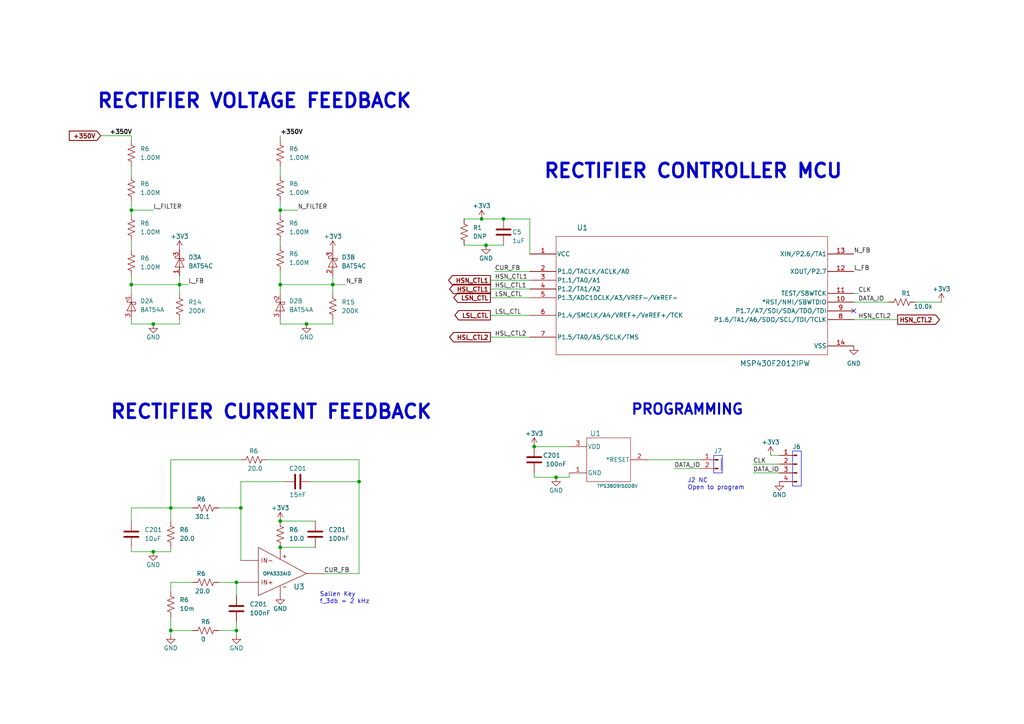
<source format=kicad_sch>
(kicad_sch (version 20230121) (generator eeschema)
  (paper "A4")
  (lib_symbols
    (symbol "Connector:Conn_01x02_Male" (pin_names (offset 1.016) hide)
      (property "Reference" "J" (at 0 2.54 0))
      (property "Value" "Conn_01x02_Male" (at 0 -5.08 0))
      (symbol "Conn_01x02_Male_1_1"
        (polyline (pts (xy 1.27 -2.54) (xy 0.8636 -2.54)) (stroke (width 0.1524)))
        (polyline (pts (xy 1.27 0) (xy 0.8636 0)) (stroke (width 0.1524)))
        (rectangle (start 0.8636 -2.413) (end 0 -2.667) (stroke (width 0.1524)) (fill (type outline)))
        (rectangle (start 0.8636 0.127) (end 0 -0.127) (stroke (width 0.1524)) (fill (type outline)))
        (pin passive line (at 5.08 0 180) (length 3.81) (name "Pin_1") (number "1"))
        (pin passive line (at 5.08 -2.54 180) (length 3.81) (name "Pin_2") (number "2"))
      )
    )
    (symbol "Connector:Conn_01x04_Male" (pin_names (offset 1.016) hide)
      (property "Reference" "J" (at 0 5.08 0))
      (property "Value" "Conn_01x04_Male" (at 0 -7.62 0))
      (symbol "Conn_01x04_Male_1_1"
        (polyline (pts (xy 1.27 -5.08) (xy 0.8636 -5.08)) (stroke (width 0.1524)))
        (polyline (pts (xy 1.27 -2.54) (xy 0.8636 -2.54)) (stroke (width 0.1524)))
        (polyline (pts (xy 1.27 0) (xy 0.8636 0)) (stroke (width 0.1524)))
        (polyline (pts (xy 1.27 2.54) (xy 0.8636 2.54)) (stroke (width 0.1524)))
        (rectangle (start 0.8636 -4.953) (end 0 -5.207) (stroke (width 0.1524)) (fill (type outline)))
        (rectangle (start 0.8636 -2.413) (end 0 -2.667) (stroke (width 0.1524)) (fill (type outline)))
        (rectangle (start 0.8636 0.127) (end 0 -0.127) (stroke (width 0.1524)) (fill (type outline)))
        (rectangle (start 0.8636 2.667) (end 0 2.413) (stroke (width 0.1524)) (fill (type outline)))
        (pin passive line (at 5.08 2.54 180) (length 3.81) (name "Pin_1") (number "1"))
        (pin passive line (at 5.08 0 180) (length 3.81) (name "Pin_2") (number "2"))
        (pin passive line (at 5.08 -2.54 180) (length 3.81) (name "Pin_3") (number "3"))
        (pin passive line (at 5.08 -5.08 180) (length 3.81) (name "Pin_4") (number "4"))
      )
    )
    (symbol "Device:C" (pin_numbers hide) (pin_names (offset 0.254))
      (property "Reference" "C" (at 0.635 2.54 0))
      (property "Value" "C" (at 0.635 -2.54 0))
      (symbol "C_0_1"
        (polyline (pts (xy -2.032 -0.762) (xy 2.032 -0.762)) (stroke (width 0.508)))
        (polyline (pts (xy -2.032 0.762) (xy 2.032 0.762)) (stroke (width 0.508)))
      )
      (symbol "C_1_1"
        (pin passive line (at 0 3.81 270) (length 2.794) (name "~") (number "1"))
        (pin passive line (at 0 -3.81 90) (length 2.794) (name "~") (number "2"))
      )
    )
    (symbol "Device:R_US" (pin_numbers hide) (pin_names (offset 0))
      (property "Reference" "R" (at 2.54 0 90))
      (property "Value" "R_US" (at -2.54 0 90))
      (symbol "R_US_0_1"
        (polyline (pts (xy 0 -2.286) (xy 0 -2.54)))
        (polyline (pts (xy 0 2.286) (xy 0 2.54)))
        (polyline (pts (xy 0 -0.762) (xy 1.016 -1.143) (xy 0 -1.524) (xy -1.016 -1.905) (xy 0 -2.286)))
        (polyline (pts (xy 0 0.762) (xy 1.016 0.381) (xy 0 0) (xy -1.016 -0.381) (xy 0 -0.762)))
        (polyline (pts (xy 0 2.286) (xy 1.016 1.905) (xy 0 1.524) (xy -1.016 1.143) (xy 0 0.762)))
      )
      (symbol "R_US_1_1"
        (pin passive line (at 0 3.81 270) (length 1.27) (name "~") (number "1"))
        (pin passive line (at 0 -3.81 90) (length 1.27) (name "~") (number "2"))
      )
    )
    (symbol "fb_smps_symbols:BAT54A" (pin_names (offset 1.016) hide)
      (property "Reference" "D" (at 0 2.54 0))
      (property "Value" "BAT54A" (at 0 -2.54 0))
      (symbol "BAT54A_0_1"
        (polyline (pts (xy 1.27 -1.27) (xy 1.27 1.27)))
        (polyline (pts (xy 1.27 0) (xy -1.27 0)))
        (polyline (pts (xy 1.27 1.27) (xy -1.27 0) (xy 1.27 -1.27)))
        (polyline (pts (xy -0.635 0.635) (xy -0.635 1.27) (xy -1.27 1.27) (xy -1.27 -1.27) (xy -1.905 -1.27) (xy -1.905 -0.635)))
      )
      (symbol "BAT54A_1_1"
        (pin passive line (at -3.81 0 0) (length 2.54) (name "K") (number "1"))
        (pin passive line (at 3.81 0 180) (length 2.54) (name "A") (number "3"))
      )
      (symbol "BAT54A_2_1"
        (pin passive line (at -3.81 0 0) (length 2.54) (name "K") (number "2"))
        (pin passive line (at 3.81 0 180) (length 2.54) (name "A") (number "3"))
      )
    )
    (symbol "fb_smps_symbols:BAT54C" (pin_names (offset 1.016) hide)
      (property "Reference" "D" (at 0 2.54 0))
      (property "Value" "BAT54C" (at 0 -2.54 0))
      (symbol "BAT54C_0_1"
        (polyline (pts (xy 1.27 -1.27) (xy 1.27 1.27)))
        (polyline (pts (xy 1.27 0) (xy -1.27 0)))
        (polyline (pts (xy 1.27 1.27) (xy -1.27 0) (xy 1.27 -1.27)))
        (polyline (pts (xy -0.635 0.635) (xy -0.635 1.27) (xy -1.27 1.27) (xy -1.27 -1.27) (xy -1.905 -1.27) (xy -1.905 -0.635)))
      )
      (symbol "BAT54C_1_1"
        (pin passive line (at 3.81 0 180) (length 2.54) (name "A") (number "1"))
        (pin passive line (at -3.81 0 0) (length 2.54) (name "K") (number "3"))
      )
      (symbol "BAT54C_2_1"
        (pin passive line (at 3.81 0 180) (length 2.54) (name "A") (number "2"))
        (pin passive line (at -3.81 0 0) (length 2.54) (name "K") (number "3"))
      )
    )
    (symbol "fb_smps_symbols:MSP430F2012IPW" (pin_names (offset 0.254))
      (property "Reference" "U" (at 39.37 10.16 0))
      (property "Value" "MSP430F2012IPW" (at 48.26 7.62 0))
      (symbol "MSP430F2012IPW_0_1"
        (polyline (pts (xy 7.62 -29.21) (xy 86.36 -29.21)) (stroke (width 0.127)))
        (polyline (pts (xy 7.62 5.08) (xy 7.62 -29.21)) (stroke (width 0.127)))
        (polyline (pts (xy 86.36 -29.21) (xy 86.36 5.08)) (stroke (width 0.127)))
        (polyline (pts (xy 86.36 5.08) (xy 7.62 5.08)) (stroke (width 0.127)))
        (pin power_in line (at 0 0 0) (length 7.62) (name "VCC") (number "1"))
        (pin bidirectional line (at 93.98 -13.97 180) (length 7.62) (name "*RST/NMI/SBWTDIO") (number "10"))
        (pin bidirectional line (at 93.98 -11.43 180) (length 7.62) (name "TEST/SBWTCK") (number "11"))
        (pin bidirectional line (at 93.98 -5.08 180) (length 7.62) (name "XOUT/P2.7") (number "12"))
        (pin bidirectional line (at 93.98 0 180) (length 7.62) (name "XIN/P2.6/TA1") (number "13"))
        (pin power_in line (at 93.98 -26.67 180) (length 7.62) (name "VSS") (number "14"))
        (pin bidirectional line (at 0 -5.08 0) (length 7.62) (name "P1.0/TACLK/ACLK/A0") (number "2"))
        (pin bidirectional line (at 0 -7.62 0) (length 7.62) (name "P1.1/TA0/A1") (number "3"))
        (pin bidirectional line (at 0 -10.16 0) (length 7.62) (name "P1.2/TA1/A2") (number "4"))
        (pin bidirectional line (at 0 -12.7 0) (length 7.62) (name "P1.3/ADC10CLK/A3/VREF-/VeREF-") (number "5"))
        (pin bidirectional line (at 0 -17.78 0) (length 7.62) (name "P1.4/SMCLK/A4/VREF+/VeREF+/TCK") (number "6"))
        (pin bidirectional line (at 0 -24.13 0) (length 7.62) (name "P1.5/TA0/A5/SCLK/TMS") (number "7"))
        (pin bidirectional line (at 93.98 -19.05 180) (length 7.62) (name "P1.6/TA1/A6/SDO/SCL/TDI/TCLK") (number "8"))
        (pin bidirectional line (at 93.98 -16.51 180) (length 7.62) (name "P1.7/A7/SDI/SDA/TDO/TDI") (number "9"))
      )
    )
    (symbol "fb_smps_symbols:OPA333AID" (pin_names (offset 0.254))
      (property "Reference" "U" (at 16.51 -1.27 0))
      (property "Value" "OPA333AID" (at 10.16 -7.62 0))
      (symbol "OPA333AID_1_1"
        (polyline (pts (xy 0 -10.16) (xy 5.08 -10.16)))
        (polyline (pts (xy 5.08 -3.81) (xy 0 -3.81)))
        (polyline (pts (xy 11.43 0) (xy 11.43 -3.302)))
        (polyline (pts (xy 24.13 -7.62) (xy 19.05 -7.62)))
        (polyline (pts (xy 11.43 -11.303) (xy 11.43 -13.97) (xy 11.43 -13.97)))
        (polyline (pts (xy 5.08 -13.97) (xy 19.05 -7.62) (xy 5.08 0) (xy 5.08 -13.97)))
        (text "+\n" (at 12.7 -2.54 0) (effects (font (size 1.27 1.27))))
        (text "-\n" (at 12.7 -11.43 0) (effects (font (size 1.27 1.27))))
        (text "IN+\n" (at 7.62 -10.16 0) (effects (font (size 1.27 1.27))))
        (text "IN-" (at 7.62 -3.81 0) (effects (font (size 1.27 1.27))))
        (pin input line (at 0 -3.81 0) (length 5.08) hide (name "IN-") (number "2"))
        (pin input line (at 0 -10.16 0) (length 5.08) hide (name "IN+") (number "3"))
        (pin power_in line (at 11.43 -13.97 90) (length 2.54) hide (name "V-") (number "4"))
        (pin output line (at 24.13 -7.62 180) (length 5.08) hide (name "OUT") (number "6"))
        (pin power_in line (at 11.43 0 270) (length 2.54) hide (name "V+") (number "7"))
      )
    )
    (symbol "fb_smps_symbols:TPS3809I50DBV" (pin_names (offset 0.254))
      (property "Reference" "U" (at 6.35 1.27 0))
      (property "Value" "TPS3809I50DBV" (at 11.43 -13.97 0))
      (symbol "TPS3809I50DBV_0_1"
        (polyline (pts (xy 5.08 -12.7) (xy 17.78 -12.7)) (stroke (width 0.127)))
        (polyline (pts (xy 5.08 0) (xy 5.08 -12.7)) (stroke (width 0.127)))
        (polyline (pts (xy 17.78 -12.7) (xy 17.78 0)) (stroke (width 0.127)))
        (polyline (pts (xy 17.78 0) (xy 5.08 0)) (stroke (width 0.127)))
      )
      (symbol "TPS3809I50DBV_1_1"
        (pin power_in line (at 0 -10.16 0) (length 5.08) (name "GND") (number "1"))
        (pin output line (at 22.86 -6.35 180) (length 5.08) (name "*RESET") (number "2"))
        (pin power_in line (at 0 -2.54 0) (length 5.08) (name "VDD") (number "3"))
      )
    )
    (symbol "power:+3.3V" (power) (pin_names (offset 0))
      (property "Value" "+3.3V" (at 0 3.556 0))
      (symbol "+3.3V_0_1"
        (polyline (pts (xy -0.762 1.27) (xy 0 2.54)))
        (polyline (pts (xy 0 0) (xy 0 2.54)))
        (polyline (pts (xy 0 2.54) (xy 0.762 1.27)))
      )
      (symbol "+3.3V_1_1"
        (pin power_in line (at 0 0 90) (length 0) hide (name "+3V3") (number "1"))
      )
    )
    (symbol "power:GND" (power) (pin_names (offset 0))
      (property "Value" "GND" (at 0 -3.81 0))
      (symbol "GND_0_1"
        (polyline (pts (xy 0 0) (xy 0 -1.27) (xy 1.27 -1.27) (xy 0 -2.54) (xy -1.27 -1.27) (xy 0 -1.27)))
      )
      (symbol "GND_1_1"
        (pin power_in line (at 0 0 270) (length 0) hide (name "GND") (number "1"))
      )
    )
  )
  (junction (at 52.07 82.55))
  (junction (at 69.85 147.32))
  (junction (at 68.58 182.88))
  (junction (at 96.52 82.55))
  (junction (at 44.45 160.02))
  (junction (at 146.05 63.5))
  (junction (at 139.7 63.5))
  (junction (at 81.28 158.75))
  (junction (at 68.58 168.91))
  (junction (at 38.1 82.55))
  (junction (at 81.28 151.13))
  (junction (at 140.97 71.12))
  (junction (at 154.94 129.54))
  (junction (at 88.9 93.98))
  (junction (at 38.1 60.96))
  (junction (at 81.28 82.55))
  (junction (at 81.28 60.96))
  (junction (at 104.14 139.7))
  (junction (at 161.29 138.43))
  (junction (at 44.45 93.98))
  (junction (at 49.53 147.32))
  (junction (at 49.53 182.88))
  (no_connect (at 247.65 90.17))
  (wire (pts (xy 49.53 147.32) (xy 49.53 151.13)))
  (wire (pts (xy 247.65 85.09) (xy 248.92 85.09)))
  (wire (pts (xy 38.1 80.01) (xy 38.1 82.55)))
  (wire (pts (xy 49.53 168.91) (xy 49.53 171.45)))
  (wire (pts (xy 139.7 63.5) (xy 146.05 63.5)))
  (wire (pts (xy 81.28 69.85) (xy 81.28 71.12)))
  (wire (pts (xy 93.98 166.37) (xy 104.14 166.37)))
  (wire (pts (xy 265.43 87.63) (xy 273.05 87.63)))
  (wire (pts (xy 77.47 133.35) (xy 104.14 133.35)))
  (wire (pts (xy 139.7 63.5) (xy 134.62 63.5)))
  (wire (pts (xy 49.53 147.32) (xy 49.53 133.35)))
  (wire (pts (xy 81.28 78.74) (xy 81.28 82.55)))
  (wire (pts (xy 49.53 133.35) (xy 69.85 133.35)))
  (wire (pts (xy 161.29 138.43) (xy 165.1 138.43)))
  (wire (pts (xy 38.1 93.98) (xy 38.1 92.71)))
  (wire (pts (xy 38.1 147.32) (xy 38.1 151.13)))
  (wire (pts (xy 154.94 137.16) (xy 154.94 138.43)))
  (wire (pts (xy 38.1 60.96) (xy 44.45 60.96)))
  (wire (pts (xy 52.07 93.98) (xy 52.07 92.71)))
  (wire (pts (xy 52.07 80.01) (xy 52.07 82.55)))
  (wire (pts (xy 218.44 137.16) (xy 226.06 137.16)))
  (wire (pts (xy 100.33 82.55) (xy 96.52 82.55)))
  (wire (pts (xy 38.1 60.96) (xy 38.1 62.23)))
  (wire (pts (xy 142.24 97.79) (xy 153.67 97.79)))
  (wire (pts (xy 49.53 179.07) (xy 49.53 182.88)))
  (wire (pts (xy 88.9 93.98) (xy 81.28 93.98)))
  (wire (pts (xy 142.24 86.36) (xy 153.67 86.36)))
  (wire (pts (xy 90.17 139.7) (xy 104.14 139.7)))
  (wire (pts (xy 81.28 48.26) (xy 81.28 50.8)))
  (wire (pts (xy 44.45 93.98) (xy 38.1 93.98)))
  (wire (pts (xy 146.05 63.5) (xy 153.67 63.5)))
  (wire (pts (xy 81.28 82.55) (xy 81.28 85.09)))
  (wire (pts (xy 154.94 129.54) (xy 165.1 129.54)))
  (wire (pts (xy 96.52 92.71) (xy 96.52 93.98)))
  (wire (pts (xy 38.1 39.37) (xy 38.1 40.64)))
  (wire (pts (xy 247.65 87.63) (xy 257.81 87.63)))
  (wire (pts (xy 55.88 168.91) (xy 49.53 168.91)))
  (wire (pts (xy 44.45 160.02) (xy 49.53 160.02)))
  (wire (pts (xy 63.5 182.88) (xy 68.58 182.88)))
  (wire (pts (xy 96.52 80.01) (xy 96.52 82.55)))
  (wire (pts (xy 195.58 135.89) (xy 203.2 135.89)))
  (wire (pts (xy 81.28 158.75) (xy 91.44 158.75)))
  (wire (pts (xy 140.97 71.12) (xy 146.05 71.12)))
  (wire (pts (xy 38.1 147.32) (xy 49.53 147.32)))
  (wire (pts (xy 52.07 93.98) (xy 44.45 93.98)))
  (wire (pts (xy 49.53 182.88) (xy 55.88 182.88)))
  (wire (pts (xy 68.58 172.72) (xy 68.58 168.91)))
  (wire (pts (xy 81.28 93.98) (xy 81.28 92.71)))
  (wire (pts (xy 218.44 134.62) (xy 226.06 134.62)))
  (wire (pts (xy 63.5 147.32) (xy 69.85 147.32)))
  (wire (pts (xy 29.21 39.37) (xy 38.1 39.37)))
  (wire (pts (xy 38.1 72.39) (xy 38.1 69.85)))
  (wire (pts (xy 142.24 83.82) (xy 153.67 83.82)))
  (wire (pts (xy 38.1 48.26) (xy 38.1 50.8)))
  (wire (pts (xy 68.58 168.91) (xy 69.85 168.91)))
  (wire (pts (xy 142.24 81.28) (xy 153.67 81.28)))
  (wire (pts (xy 69.85 139.7) (xy 82.55 139.7)))
  (wire (pts (xy 142.24 91.44) (xy 153.67 91.44)))
  (wire (pts (xy 81.28 82.55) (xy 96.52 82.55)))
  (wire (pts (xy 69.85 147.32) (xy 69.85 162.56)))
  (wire (pts (xy 54.61 82.55) (xy 52.07 82.55)))
  (wire (pts (xy 96.52 82.55) (xy 96.52 85.09)))
  (wire (pts (xy 81.28 60.96) (xy 81.28 62.23)))
  (wire (pts (xy 81.28 58.42) (xy 81.28 60.96)))
  (wire (pts (xy 49.53 160.02) (xy 49.53 158.75)))
  (wire (pts (xy 104.14 139.7) (xy 104.14 166.37)))
  (wire (pts (xy 86.36 60.96) (xy 81.28 60.96)))
  (wire (pts (xy 38.1 82.55) (xy 52.07 82.55)))
  (wire (pts (xy 38.1 58.42) (xy 38.1 60.96)))
  (wire (pts (xy 88.9 93.98) (xy 96.52 93.98)))
  (wire (pts (xy 49.53 147.32) (xy 55.88 147.32)))
  (wire (pts (xy 134.62 71.12) (xy 140.97 71.12)))
  (wire (pts (xy 68.58 180.34) (xy 68.58 182.88)))
  (wire (pts (xy 226.06 132.08) (xy 223.52 132.08)))
  (wire (pts (xy 52.07 82.55) (xy 52.07 85.09)))
  (wire (pts (xy 68.58 168.91) (xy 63.5 168.91)))
  (wire (pts (xy 81.28 39.37) (xy 81.28 40.64)))
  (wire (pts (xy 153.67 63.5) (xy 153.67 73.66)))
  (wire (pts (xy 69.85 147.32) (xy 69.85 139.7)))
  (wire (pts (xy 68.58 182.88) (xy 68.58 184.15)))
  (wire (pts (xy 154.94 138.43) (xy 161.29 138.43)))
  (wire (pts (xy 81.28 151.13) (xy 91.44 151.13)))
  (wire (pts (xy 247.65 92.71) (xy 260.35 92.71)))
  (wire (pts (xy 165.1 138.43) (xy 165.1 137.16)))
  (wire (pts (xy 187.96 133.35) (xy 203.2 133.35)))
  (wire (pts (xy 38.1 160.02) (xy 38.1 158.75)))
  (wire (pts (xy 49.53 182.88) (xy 49.53 184.15)))
  (wire (pts (xy 143.51 78.74) (xy 153.67 78.74)))
  (wire (pts (xy 38.1 82.55) (xy 38.1 85.09)))
  (wire (pts (xy 104.14 133.35) (xy 104.14 139.7)))
  (wire (pts (xy 38.1 160.02) (xy 44.45 160.02)))
  (rectangle (start 207.01 137.16) (end 209.55 132.08))
  (rectangle (start 229.87 140.97) (end 232.41 130.81))
  (text "J2 NC\nOpen to program" (at 199.39 142.24 0) (effects (font (size 1.27 1.27)) (justify left bottom)))
  (text "RECTIFIER CONTROLLER MCU\n" (at 157.48 52.07 0) (effects (font (size 4 4) (thickness 0.8) bold) (justify left bottom)))
  (text "Sallen Key\nf_3db = 2 kHz" (at 92.71 175.26 0) (effects (font (size 1.27 1.27)) (justify left bottom)))
  (text "I" (at 208.28 137.16 0) (effects (font (size 3.5 3.5)) (justify left bottom)))
  (text "RECTIFIER CURRENT FEEDBACK" (at 31.75 121.92 0) (effects (font (size 4 4) (thickness 0.8) bold) (justify left bottom)))
  (text "PROGRAMMING" (at 182.88 120.65 0) (effects (font (size 3 3) (thickness 0.6) bold) (justify left bottom)))
  (text "RECTIFIER VOLTAGE FEEDBACK" (at 27.94 31.75 0) (effects (font (size 4 4) (thickness 0.8) bold) (justify left bottom)))
  (label "L_FB" (at 54.61 82.55 0))
  (label "DATA_IO" (at 218.44 137.16 0))
  (label "DATA_IO" (at 248.92 87.63 0))
  (label "CUR_FB" (at 93.98 166.37 0))
  (label "L_FILTER" (at 44.45 60.96 0))
  (label "L_FB" (at 247.65 78.74 0))
  (label "HSL_CTL2" (at 143.51 97.79 0))
  (label "LSL_CTL" (at 143.51 91.44 0))
  (label "CUR_FB" (at 143.51 78.74 0))
  (label "N_FILTER" (at 86.36 60.96 0))
  (label "+350V" (at 31.75 39.37 0) (effects (font bold)))
  (label "LSN_CTL" (at 143.51 86.36 0))
  (label "HSN_CTL2" (at 248.92 92.71 0))
  (label "HSN_CTL1" (at 143.51 81.28 0))
  (label "N_FB" (at 247.65 73.66 0))
  (label "+350V" (at 81.28 39.37 0) (effects (font bold)))
  (label "CLK" (at 218.44 134.62 0))
  (label "DATA_IO" (at 195.58 135.89 0))
  (label "HSL_CTL1" (at 143.51 83.82 0))
  (label "N_FB" (at 100.33 82.55 0))
  (label "CLK" (at 248.92 85.09 0))
  (global_label "+350V" (shape input) (at 29.21 39.37 180) (effects (font bold)) (property "Intersheetrefs" "${INTERSHEET_REFS}" (effects hide)))
  (global_label "HSN_CTL2" (shape output) (at 260.35 92.71 0) (effects (font bold)) (property "Intersheetrefs" "${INTERSHEET_REFS}" (effects hide)))
  (global_label "LSL_CTL" (shape output) (at 142.24 91.44 180) (effects (font bold)) (property "Intersheetrefs" "${INTERSHEET_REFS}" (effects hide)))
  (global_label "LSN_CTL" (shape output) (at 142.24 86.36 180) (effects (font bold)) (property "Intersheetrefs" "${INTERSHEET_REFS}" (effects hide)))
  (global_label "HSL_CTL1" (shape output) (at 142.24 83.82 180) (effects (font bold)) (property "Intersheetrefs" "${INTERSHEET_REFS}" (effects hide)))
  (global_label "HSL_CTL2" (shape output) (at 142.24 97.79 180) (effects (font bold)) (property "Intersheetrefs" "${INTERSHEET_REFS}" (effects hide)))
  (global_label "HSN_CTL1" (shape output) (at 142.24 81.28 180) (effects (font bold)) (property "Intersheetrefs" "${INTERSHEET_REFS}" (effects hide)))
  (symbol (lib_id "power:+3.3V") (at 139.7 63.5 0) (unit 1)
    (property "Reference" "#PWR019" (effects hide))
    (property "Value" "+3.3V" (at 139.7 59.69 0))
    (instances (project "full_bridge_smps" (path "" (reference "#PWR019") (unit 1)) (path "" (reference "#PWR024") (unit 1))))
  )
  (symbol (lib_id "fb_smps_symbols:OPA333AID") (at 69.85 158.75 0) (unit 1)
    (property "Reference" "U3" (at 85.09 170.18 0) (effects (font (size 1.524 1.524)) (justify left)))
    (property "Value" "OPA333AID" (at 76.2 166.37 0) (effects (font (size 1 1)) (justify left)))
    (property "Footprint" "fb_smps_footprints:OPA333AID" (effects hide))
    (property "Datasheet" "OPA333AID" (effects hide))
  )
  (symbol (lib_id "Device:C") (at 38.1 154.94 0) (unit 1)
    (property "Reference" "C201" (at 41.91 153.67 0) (effects (justify left)))
    (property "Value" "10uF" (at 41.91 156.21 0) (effects (justify left)))
    (instances (project "full_bridge_smps" (path "" (reference "C201") (unit 1)) (path "" (reference "C13") (unit 1))))
  )
  (symbol (lib_id "power:GND") (at 44.45 160.02 0) (unit 1)
    (property "Reference" "#PWR019" (effects hide))
    (property "Value" "GND" (at 44.45 163.83 0))
    (instances (project "full_bridge_smps" (path "" (reference "#PWR019") (unit 1)) (path "" (reference "#PWR034") (unit 1))))
  )
  (symbol (lib_id "Device:C") (at 146.05 67.31 0) (unit 1)
    (property "Reference" "C5" (at 148.59 67.31 0) (effects (justify left)))
    (property "Value" "1uF" (at 148.59 69.85 0) (effects (justify left)))
  )
  (symbol (lib_id "Device:R_US") (at 134.62 67.31 0) (unit 1)
    (property "Reference" "R1" (at 137.16 66.04 0) (effects (justify left)))
    (property "Value" "DNP" (at 137.16 68.58 0) (effects (justify left)))
    (instances (project "full_bridge_smps" (path "" (reference "R1") (unit 1)) (path "" (reference "R5") (unit 1))))
  )
  (symbol (lib_id "Device:R_US") (at 81.28 154.94 0) (unit 1)
    (property "Reference" "R6" (at 83.82 153.67 0) (effects (justify left)))
    (property "Value" "10.0" (at 83.82 156.21 0) (effects (justify left)))
    (instances (project "full_bridge_smps" (path "" (reference "R6") (unit 1)) (path "" (reference "R22") (unit 1))))
  )
  (symbol (lib_id "power:GND") (at 88.9 93.98 0) (unit 1)
    (property "Reference" "#PWR019" (effects hide))
    (property "Value" "GND" (at 88.9 97.79 0))
  )
  (symbol (lib_id "fb_smps_symbols:BAT54C") (at 52.07 76.2 270) (unit 1)
    (property "Reference" "D3" (at 54.61 74.6125 90) (effects (justify left)))
    (property "Value" "BAT54C" (at 54.61 77.1525 90) (effects (justify left)))
    (property "Footprint" "fb_smps_footprints:BAT54C" (effects hide))
  )
  (symbol (lib_id "Device:R_US") (at 49.53 175.26 0) (unit 1)
    (property "Reference" "R6" (at 52.07 173.99 0) (effects (justify left)))
    (property "Value" "10m" (at 52.07 176.53 0) (effects (justify left)))
    (instances (project "full_bridge_smps" (path "" (reference "R6") (unit 1)) (path "" (reference "R27") (unit 1))))
  )
  (symbol (lib_id "Device:R_US") (at 38.1 44.45 0) (unit 1)
    (property "Reference" "R6" (at 40.64 43.18 0) (effects (justify left)))
    (property "Value" "1.00M" (at 40.64 45.72 0) (effects (justify left)))
    (instances (project "full_bridge_smps" (path "" (reference "R6") (unit 1)) (path "" (reference "R13") (unit 1))))
  )
  (symbol (lib_id "Device:R_US") (at 81.28 66.04 0) (unit 1)
    (property "Reference" "R6" (at 83.82 64.77 0) (effects (justify left)))
    (property "Value" "1.00M" (at 83.82 67.31 0) (effects (justify left)))
    (instances (project "full_bridge_smps" (path "" (reference "R6") (unit 1)) (path "" (reference "R19") (unit 1))))
  )
  (symbol (lib_id "power:GND") (at 247.65 100.33 0) (unit 1)
    (property "Reference" "#PWR023" (effects hide))
    (property "Value" "GND" (at 247.65 105.41 0))
  )
  (symbol (lib_id "power:+3.3V") (at 96.52 72.39 0) (unit 1)
    (property "Reference" "#PWR018" (effects hide))
    (property "Value" "+3.3V" (at 96.52 68.58 0))
    (instances (project "full_bridge_smps" (path "" (reference "#PWR018") (unit 1)) (path "" (reference "#PWR039") (unit 1))))
  )
  (symbol (lib_id "Device:R_US") (at 261.62 87.63 90) (unit 1)
    (property "Reference" "R1" (at 264.16 85.09 90) (effects (justify left)))
    (property "Value" "10.0k" (at 270.51 88.9 90) (effects (justify left)))
    (instances (project "full_bridge_smps" (path "" (reference "R1") (unit 1)) (path "" (reference "R207") (unit 1))))
  )
  (symbol (lib_id "Device:R_US") (at 52.07 88.9 0) (unit 1)
    (property "Reference" "R14" (at 54.61 87.63 0) (effects (justify left)))
    (property "Value" "200K" (at 54.61 90.17 0) (effects (justify left)))
    (instances (project "full_bridge_smps" (path "" (reference "R14") (unit 1)) (path "" (reference "R1") (unit 1))))
  )
  (symbol (lib_id "power:GND") (at 44.45 93.98 0) (unit 1)
    (property "Reference" "#PWR017" (effects hide))
    (property "Value" "GND" (at 44.45 97.79 0))
  )
  (symbol (lib_id "Device:R_US") (at 96.52 88.9 0) (unit 1)
    (property "Reference" "R15" (at 99.06 87.63 0) (effects (justify left)))
    (property "Value" "200K" (at 99.06 90.17 0) (effects (justify left)))
    (instances (project "full_bridge_smps" (path "" (reference "R15") (unit 1)) (path "" (reference "R2") (unit 1))))
  )
  (symbol (lib_id "Device:C") (at 154.94 133.35 180) (unit 1)
    (property "Reference" "C201" (at 160.02 132.08 0))
    (property "Value" "100nF" (at 161.29 134.62 0))
    (instances (project "full_bridge_smps" (path "" (reference "C201") (unit 1)) (path "" (reference "C7") (unit 1))))
  )
  (symbol (lib_id "Device:C") (at 86.36 139.7 90) (unit 1)
    (property "Reference" "C201" (at 86.36 135.89 90))
    (property "Value" "15nF" (at 86.36 143.51 90))
    (instances (project "full_bridge_smps" (path "" (reference "C201") (unit 1)) (path "" (reference "C11") (unit 1))))
  )
  (symbol (lib_id "Device:C") (at 91.44 154.94 0) (unit 1)
    (property "Reference" "C201" (at 95.25 153.67 0) (effects (justify left)))
    (property "Value" "100nF" (at 95.25 156.21 0) (effects (justify left)))
    (instances (project "full_bridge_smps" (path "" (reference "C201") (unit 1)) (path "" (reference "C10") (unit 1))))
  )
  (symbol (lib_id "Connector:Conn_01x02_Male") (at 208.28 133.35 0) (mirror y) (unit 1)
    (property "Reference" "J7" (at 207.01 130.81 0) (effects (justify right)))
    (property "Value" "Conn_01x02_Male" (effects hide))
    (instances (project "full_bridge_smps" (path "" (reference "J7") (unit 1)) (path "" (reference "J2") (unit 1))))
  )
  (symbol (lib_id "power:+3.3V") (at 154.94 129.54 0) (mirror y) (unit 1)
    (property "Reference" "#PWR018" (effects hide))
    (property "Value" "+3.3V" (at 154.94 125.73 0))
    (instances (project "full_bridge_smps" (path "" (reference "#PWR018") (unit 1)) (path "" (reference "#PWR038") (unit 1))))
  )
  (symbol (lib_id "Device:R_US") (at 38.1 76.2 0) (unit 1)
    (property "Reference" "R6" (at 40.64 74.93 0) (effects (justify left)))
    (property "Value" "1.00M" (at 40.64 77.47 0) (effects (justify left)))
    (instances (project "full_bridge_smps" (path "" (reference "R6") (unit 1)) (path "" (reference "R16") (unit 1))))
  )
  (symbol (lib_id "power:+3.3V") (at 81.28 151.13 0) (unit 1)
    (property "Reference" "#PWR018" (effects hide))
    (property "Value" "+3.3V" (at 81.28 147.32 0))
    (instances (project "full_bridge_smps" (path "" (reference "#PWR018") (unit 1)) (path "" (reference "#PWR033") (unit 1))))
  )
  (symbol (lib_id "Device:R_US") (at 73.66 133.35 90) (unit 1)
    (property "Reference" "R6" (at 74.93 130.81 90) (effects (justify left)))
    (property "Value" "20.0" (at 76.2 135.89 90) (effects (justify left)))
    (instances (project "full_bridge_smps" (path "" (reference "R6") (unit 1)) (path "" (reference "R12") (unit 1))))
  )
  (symbol (lib_id "power:GND") (at 49.53 184.15 0) (unit 1)
    (property "Reference" "#PWR019" (effects hide))
    (property "Value" "GND" (at 49.53 187.96 0))
    (instances (project "full_bridge_smps" (path "" (reference "#PWR019") (unit 1)) (path "" (reference "#PWR030") (unit 1))))
  )
  (symbol (lib_id "fb_smps_symbols:TPS3809I50DBV") (at 165.1 127 0) (unit 1)
    (property "Reference" "U1" (at 172.72 125.73 0) (effects (font (size 1.524 1.524))))
    (property "Value" "TPS3809I50DBV" (at 179.07 140.97 0) (effects (font (size 1 1))))
    (property "Footprint" "fb_smps_footprints:TPS3809" (effects hide))
    (property "Datasheet" "TPS3809I50DBVR" (effects hide))
  )
  (symbol (lib_id "power:+3.3V") (at 52.07 72.39 0) (unit 1)
    (property "Reference" "#PWR018" (effects hide))
    (property "Value" "+3.3V" (at 52.07 68.58 0))
  )
  (symbol (lib_id "power:GND") (at 161.29 138.43 0) (unit 1)
    (property "Reference" "#PWR037" (effects hide))
    (property "Value" "GND" (at 161.29 142.24 0))
    (instances (project "full_bridge_smps" (path "" (reference "#PWR037") (unit 1)) (path "" (reference "#PWR028") (unit 1))))
  )
  (symbol (lib_id "Device:R_US") (at 38.1 66.04 0) (unit 1)
    (property "Reference" "R6" (at 40.64 64.77 0) (effects (justify left)))
    (property "Value" "1.00M" (at 40.64 67.31 0) (effects (justify left)))
    (instances (project "full_bridge_smps" (path "" (reference "R6") (unit 1)) (path "" (reference "R15") (unit 1))))
  )
  (symbol (lib_id "Device:R_US") (at 38.1 54.61 0) (unit 1)
    (property "Reference" "R6" (at 40.64 53.34 0) (effects (justify left)))
    (property "Value" "1.00M" (at 40.64 55.88 0) (effects (justify left)))
    (instances (project "full_bridge_smps" (path "" (reference "R6") (unit 1)) (path "" (reference "R14") (unit 1))))
  )
  (symbol (lib_id "power:+3.3V") (at 223.52 132.08 0) (mirror y) (unit 1)
    (property "Reference" "#PWR018" (effects hide))
    (property "Value" "+3.3V" (at 223.52 128.27 0))
    (instances (project "full_bridge_smps" (path "" (reference "#PWR018") (unit 1)) (path "" (reference "#PWR036") (unit 1))))
  )
  (symbol (lib_id "Device:R_US") (at 59.69 182.88 90) (unit 1)
    (property "Reference" "R6" (at 60.96 180.34 90) (effects (justify left)))
    (property "Value" "0" (at 59.69 185.42 90) (effects (justify left)))
    (instances (project "full_bridge_smps" (path "" (reference "R6") (unit 1)) (path "" (reference "SC1") (unit 1))))
  )
  (symbol (lib_id "fb_smps_symbols:BAT54A") (at 81.28 88.9 270) (unit 2)
    (property "Reference" "D2" (at 83.82 87.3125 90) (effects (justify left)))
    (property "Value" "BAT54A" (at 83.82 89.8525 90) (effects (justify left)))
    (property "Footprint" "fb_smps_footprints:BAT54A" (effects hide))
  )
  (symbol (lib_id "power:+3.3V") (at 273.05 87.63 0) (unit 1)
    (property "Reference" "#PWR019" (effects hide))
    (property "Value" "+3.3V" (at 273.05 83.82 0))
    (instances (project "full_bridge_smps" (path "" (reference "#PWR019") (unit 1)) (path "" (reference "#PWR07") (unit 1))))
  )
  (symbol (lib_id "Device:R_US") (at 81.28 54.61 0) (unit 1)
    (property "Reference" "R6" (at 83.82 53.34 0) (effects (justify left)))
    (property "Value" "1.00M" (at 83.82 55.88 0) (effects (justify left)))
    (instances (project "full_bridge_smps" (path "" (reference "R6") (unit 1)) (path "" (reference "R18") (unit 1))))
  )
  (symbol (lib_id "fb_smps_symbols:BAT54A") (at 38.1 88.9 270) (unit 1)
    (property "Reference" "D2" (at 40.64 87.3125 90) (effects (justify left)))
    (property "Value" "BAT54A" (at 40.64 89.8525 90) (effects (justify left)))
    (property "Footprint" "fb_smps_footprints:BAT54A" (effects hide))
  )
  (symbol (lib_id "Device:R_US") (at 81.28 74.93 0) (unit 1)
    (property "Reference" "R6" (at 83.82 73.66 0) (effects (justify left)))
    (property "Value" "1.00M" (at 83.82 76.2 0) (effects (justify left)))
    (instances (project "full_bridge_smps" (path "" (reference "R6") (unit 1)) (path "" (reference "R20") (unit 1))))
  )
  (symbol (lib_id "Connector:Conn_01x04_Male") (at 231.14 134.62 0) (mirror y) (unit 1)
    (property "Reference" "J6" (at 229.87 129.54 0) (effects (justify right)))
    (property "Value" "Conn_01x04_Male" (effects hide))
    (instances (project "full_bridge_smps" (path "" (reference "J6") (unit 1)) (path "" (reference "J3") (unit 1))))
  )
  (symbol (lib_id "Device:R_US") (at 81.28 44.45 0) (unit 1)
    (property "Reference" "R6" (at 83.82 43.18 0) (effects (justify left)))
    (property "Value" "1.00M" (at 83.82 45.72 0) (effects (justify left)))
    (instances (project "full_bridge_smps" (path "" (reference "R6") (unit 1)) (path "" (reference "R17") (unit 1))))
  )
  (symbol (lib_id "power:GND") (at 81.28 172.72 0) (unit 1)
    (property "Reference" "#PWR019" (effects hide))
    (property "Value" "GND" (at 81.28 176.53 0))
    (instances (project "full_bridge_smps" (path "" (reference "#PWR019") (unit 1)) (path "" (reference "#PWR032") (unit 1))))
  )
  (symbol (lib_id "Device:C") (at 68.58 176.53 0) (unit 1)
    (property "Reference" "C201" (at 72.39 175.26 0) (effects (justify left)))
    (property "Value" "100nF" (at 72.39 177.8 0) (effects (justify left)))
    (instances (project "full_bridge_smps" (path "" (reference "C201") (unit 1)) (path "" (reference "C12") (unit 1))))
  )
  (symbol (lib_id "fb_smps_symbols:BAT54C") (at 96.52 76.2 270) (unit 2)
    (property "Reference" "D3" (at 99.06 74.6125 90) (effects (justify left)))
    (property "Value" "BAT54C" (at 99.06 77.1525 90) (effects (justify left)))
    (property "Footprint" "fb_smps_footprints:BAT54C" (effects hide))
  )
  (symbol (lib_id "power:GND") (at 140.97 71.12 0) (unit 1)
    (property "Reference" "#PWR025" (effects hide))
    (property "Value" "GND" (at 140.97 74.93 0))
  )
  (symbol (lib_id "Device:R_US") (at 59.69 168.91 90) (unit 1)
    (property "Reference" "R6" (at 59.69 166.37 90) (effects (justify left)))
    (property "Value" "20.0" (at 60.96 171.45 90) (effects (justify left)))
    (instances (project "full_bridge_smps" (path "" (reference "R6") (unit 1)) (path "" (reference "R24") (unit 1))))
  )
  (symbol (lib_id "power:GND") (at 68.58 184.15 0) (unit 1)
    (property "Reference" "#PWR019" (effects hide))
    (property "Value" "GND" (at 68.58 187.96 0))
    (instances (project "full_bridge_smps" (path "" (reference "#PWR019") (unit 1)) (path "" (reference "#PWR031") (unit 1))))
  )
  (symbol (lib_id "fb_smps_symbols:MSP430F2012IPW") (at 153.67 73.66 0) (unit 1)
    (property "Reference" "U1" (at 168.91 66.04 0) (effects (font (size 1.524 1.524))))
    (property "Value" "MSP430F2012IPW" (at 224.79 105.41 0) (effects (font (size 1.524 1.524))))
    (property "Footprint" "PW14" (effects hide))
    (property "Datasheet" "MSP430F2012IPW" (effects hide))
  )
  (symbol (lib_id "Device:R_US") (at 49.53 154.94 0) (unit 1)
    (property "Reference" "R6" (at 52.07 153.67 0) (effects (justify left)))
    (property "Value" "20.0" (at 52.07 156.21 0) (effects (justify left)))
    (instances (project "full_bridge_smps" (path "" (reference "R6") (unit 1)) (path "" (reference "R26") (unit 1))))
  )
  (symbol (lib_id "power:GND") (at 226.06 139.7 0) (unit 1)
    (property "Reference" "#PWR035" (effects hide))
    (property "Value" "GND" (at 226.06 143.51 0))
    (instances (project "full_bridge_smps" (path "" (reference "#PWR035") (unit 1)) (path "" (reference "#PWR028") (unit 1))))
  )
  (symbol (lib_id "Device:R_US") (at 59.69 147.32 90) (unit 1)
    (property "Reference" "R6" (at 59.69 144.78 90) (effects (justify left)))
    (property "Value" "30.1" (at 60.96 149.86 90) (effects (justify left)))
    (instances (project "full_bridge_smps" (path "" (reference "R6") (unit 1)) (path "" (reference "R25") (unit 1))))
  )
)
</source>
